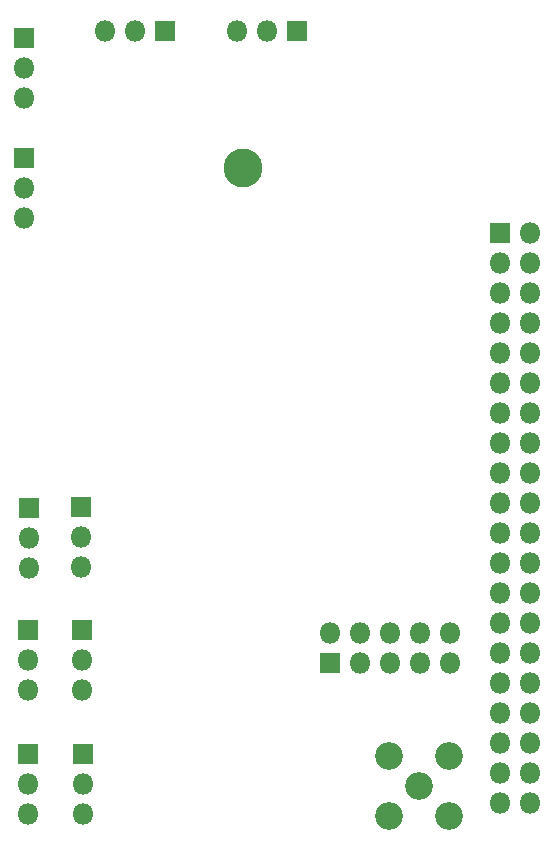
<source format=gbs>
G04 #@! TF.GenerationSoftware,KiCad,Pcbnew,(5.1.6)-1*
G04 #@! TF.CreationDate,2021-10-25T07:34:01+01:00*
G04 #@! TF.ProjectId,Corinthians-Flight-Control-System,436f7269-6e74-4686-9961-6e732d466c69,1*
G04 #@! TF.SameCoordinates,Original*
G04 #@! TF.FileFunction,Soldermask,Bot*
G04 #@! TF.FilePolarity,Negative*
%FSLAX46Y46*%
G04 Gerber Fmt 4.6, Leading zero omitted, Abs format (unit mm)*
G04 Created by KiCad (PCBNEW (5.1.6)-1) date 2021-10-25 07:34:01*
%MOMM*%
%LPD*%
G01*
G04 APERTURE LIST*
%ADD10C,3.300000*%
%ADD11O,1.800000X1.800000*%
%ADD12R,1.800000X1.800000*%
%ADD13C,2.350000*%
G04 APERTURE END LIST*
D10*
X102006400Y-135534400D03*
D11*
X119532400Y-174904400D03*
X119532400Y-177444400D03*
X116992400Y-174904400D03*
X116992400Y-177444400D03*
X114452400Y-174904400D03*
X114452400Y-177444400D03*
X111912400Y-174904400D03*
X111912400Y-177444400D03*
X109372400Y-174904400D03*
D12*
X109372400Y-177444400D03*
D13*
X119380000Y-185267600D03*
X119380000Y-190347600D03*
X114300000Y-190347600D03*
X114300000Y-185267600D03*
X116840000Y-187807600D03*
D11*
X88392000Y-190195200D03*
X88392000Y-187655200D03*
D12*
X88392000Y-185115200D03*
D11*
X83769200Y-190195200D03*
X83769200Y-187655200D03*
D12*
X83769200Y-185115200D03*
D11*
X88341200Y-179730400D03*
X88341200Y-177190400D03*
D12*
X88341200Y-174650400D03*
D11*
X83769200Y-179730400D03*
X83769200Y-177190400D03*
D12*
X83769200Y-174650400D03*
D11*
X88239600Y-169316400D03*
X88239600Y-166776400D03*
D12*
X88239600Y-164236400D03*
D11*
X83820000Y-169367200D03*
X83820000Y-166827200D03*
D12*
X83820000Y-164287200D03*
D11*
X83413600Y-139750800D03*
X83413600Y-137210800D03*
D12*
X83413600Y-134670800D03*
D11*
X83413600Y-129540000D03*
X83413600Y-127000000D03*
D12*
X83413600Y-124460000D03*
D11*
X90322400Y-123901200D03*
X92862400Y-123901200D03*
D12*
X95402400Y-123901200D03*
D11*
X101447600Y-123901200D03*
X103987600Y-123901200D03*
D12*
X106527600Y-123901200D03*
D11*
X126238000Y-189230000D03*
X123698000Y-189230000D03*
X126238000Y-186690000D03*
X123698000Y-186690000D03*
X126238000Y-184150000D03*
X123698000Y-184150000D03*
X126238000Y-181610000D03*
X123698000Y-181610000D03*
X126238000Y-179070000D03*
X123698000Y-179070000D03*
X126238000Y-176530000D03*
X123698000Y-176530000D03*
X126238000Y-173990000D03*
X123698000Y-173990000D03*
X126238000Y-171450000D03*
X123698000Y-171450000D03*
X126238000Y-168910000D03*
X123698000Y-168910000D03*
X126238000Y-166370000D03*
X123698000Y-166370000D03*
X126238000Y-163830000D03*
X123698000Y-163830000D03*
X126238000Y-161290000D03*
X123698000Y-161290000D03*
X126238000Y-158750000D03*
X123698000Y-158750000D03*
X126238000Y-156210000D03*
X123698000Y-156210000D03*
X126238000Y-153670000D03*
X123698000Y-153670000D03*
X126238000Y-151130000D03*
X123698000Y-151130000D03*
X126238000Y-148590000D03*
X123698000Y-148590000D03*
X126238000Y-146050000D03*
X123698000Y-146050000D03*
X126238000Y-143510000D03*
X123698000Y-143510000D03*
X126238000Y-140970000D03*
D12*
X123698000Y-140970000D03*
M02*

</source>
